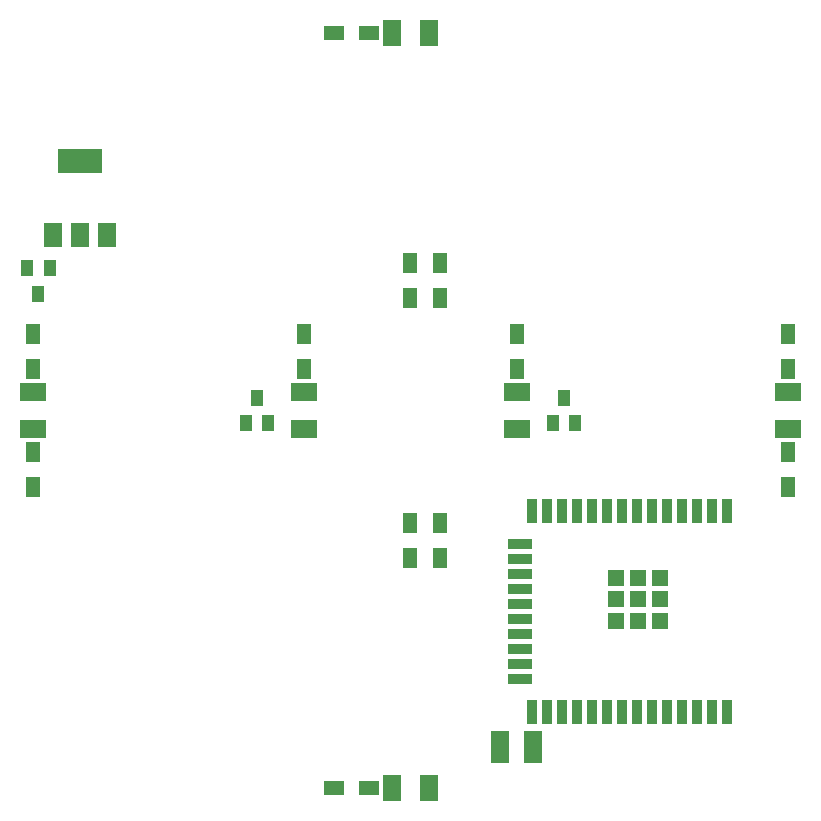
<source format=gbr>
G04 EAGLE Gerber RS-274X export*
G75*
%MOMM*%
%FSLAX34Y34*%
%LPD*%
%INSolderpaste Top*%
%IPPOS*%
%AMOC8*
5,1,8,0,0,1.08239X$1,22.5*%
G01*
%ADD10R,1.600000X2.700000*%
%ADD11R,1.000000X1.400000*%
%ADD12R,2.200000X1.500000*%
%ADD13R,1.500000X2.200000*%
%ADD14R,1.200000X1.800000*%
%ADD15R,1.800000X1.200000*%
%ADD16R,0.900000X2.000000*%
%ADD17R,2.000000X0.900000*%
%ADD18R,1.330000X1.330000*%
%ADD19R,1.498600X2.006600*%
%ADD20R,3.810000X2.006600*%


D10*
X426000Y65000D03*
X454000Y65000D03*
D11*
X35000Y449000D03*
X25500Y471000D03*
X44500Y471000D03*
D12*
X670000Y334500D03*
X670000Y365500D03*
X260000Y365500D03*
X260000Y334500D03*
X440000Y365500D03*
X440000Y334500D03*
X30000Y334500D03*
X30000Y365500D03*
D13*
X334500Y30000D03*
X365500Y30000D03*
X334500Y670000D03*
X365500Y670000D03*
D14*
X30000Y414990D03*
X30000Y385010D03*
X670000Y414990D03*
X670000Y385010D03*
X260000Y414990D03*
X260000Y385010D03*
X440000Y414990D03*
X440000Y385010D03*
D15*
X285010Y30000D03*
X314990Y30000D03*
X285010Y670000D03*
X314990Y670000D03*
D14*
X30000Y285010D03*
X30000Y314990D03*
X670000Y285010D03*
X670000Y314990D03*
X375000Y474990D03*
X375000Y445010D03*
X350000Y225010D03*
X350000Y254990D03*
X350000Y474990D03*
X350000Y445010D03*
X375000Y225010D03*
X375000Y254990D03*
D11*
X220000Y361000D03*
X229500Y339000D03*
X210500Y339000D03*
X480000Y361000D03*
X489500Y339000D03*
X470500Y339000D03*
D16*
X617600Y265000D03*
X604900Y265000D03*
X592200Y265000D03*
X579500Y265000D03*
X566800Y265000D03*
X554100Y265000D03*
X541400Y265000D03*
X528700Y265000D03*
X516000Y265000D03*
X503300Y265000D03*
X490600Y265000D03*
X477900Y265000D03*
X465200Y265000D03*
X452500Y265000D03*
D17*
X442500Y237150D03*
X442500Y224450D03*
X442500Y211750D03*
X442500Y199050D03*
X442500Y186350D03*
X442500Y173650D03*
X442500Y160950D03*
X442500Y148250D03*
X442500Y135550D03*
X442500Y122850D03*
D16*
X452500Y95000D03*
X465200Y95000D03*
X477900Y95000D03*
X490600Y95000D03*
X503300Y95000D03*
X516000Y95000D03*
X528700Y95000D03*
X541400Y95000D03*
X554100Y95000D03*
X566800Y95000D03*
X579500Y95000D03*
X592200Y95000D03*
X604900Y95000D03*
X617600Y95000D03*
D18*
X560950Y208350D03*
X560950Y190000D03*
X560950Y171650D03*
X542600Y208350D03*
X542600Y190000D03*
X542600Y171650D03*
X524250Y208350D03*
X524250Y190000D03*
X524250Y171650D03*
D19*
X47394Y498504D03*
X70254Y498504D03*
X93114Y498504D03*
D20*
X70000Y561496D03*
M02*

</source>
